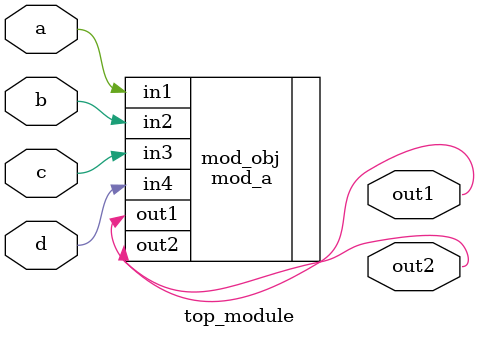
<source format=v>
module top_module ( 
    input a, 
    input b, 
    input c,
    input d,
    output out1,
    output out2
);
    mod_a mod_obj (.in1(a),.in2(b),.in3(c),.in4(d),.out1(out1),.out2(out2));

endmodule

</source>
